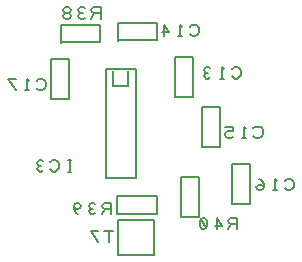
<source format=gbr>
%FSLAX23Y23*%
%MOIN*%
%ADD10C,0.00500*%
%ADD11C,0.00787*%
X000Y000D02*
D02*
D10*
X899Y2850D02*
Y2718D01*
X958*
Y2852*
X898*
X931Y2909D02*
X1063D01*
Y2967*
X930*
Y2907*
X1106Y2813D02*
Y2763D01*
X1156*
Y2813*
X1121Y2914D02*
X1253D01*
Y2973*
X1120*
Y2913*
X1181Y2819D02*
Y2456D01*
X1081*
Y2819*
X1181*
X1241Y2314D02*
X1121D01*
Y2199*
X1241*
Y2314*
X1250Y2396D02*
X1117D01*
Y2337*
X1251*
Y2397*
X1372Y2725D02*
Y2858D01*
X1313*
Y2724*
X1373*
X1391Y2327D02*
Y2459D01*
X1332*
Y2326*
X1393*
X1461Y2560D02*
Y2692D01*
X1402*
Y2559*
X1462*
X1560Y2369D02*
Y2501D01*
X1501*
Y2368*
X1561*
D02*
D11*
X850Y2754D02*
X853Y2751D01*
X859Y2748*
X869*
X875Y2751*
X878Y2754*
X881Y2761*
Y2773*
X878Y2779*
X875Y2782*
X869Y2786*
X859*
X853Y2782*
X850Y2779*
X825Y2748D02*
X812D01*
X819D02*
Y2786D01*
X825Y2779*
X781Y2748D02*
X756Y2786D01*
X781*
X966Y2477D02*
X954D01*
X960D02*
Y2515D01*
X966D02*
X954D01*
X894Y2484D02*
X897Y2481D01*
X904Y2477*
X913*
X919Y2481*
X922Y2484*
X926Y2490*
Y2502*
X922Y2509*
X919Y2512*
X913Y2515*
X904*
X897Y2512*
X894Y2509*
X872Y2481D02*
X866Y2477D01*
X860*
X854Y2481*
X851Y2487*
X854Y2493*
X860Y2496*
X866*
X860D02*
X854Y2499D01*
X851Y2506*
X854Y2512*
X860Y2515*
X866*
X872Y2512*
X1064Y2987D02*
Y3025D01*
X1042*
X1036Y3022*
X1033Y3015*
X1036Y3009*
X1042Y3006*
X1064*
X1042D02*
X1033Y2987D01*
X1011Y2990D02*
X1005Y2987D01*
X998*
X992Y2990*
X989Y2997*
X992Y3003*
X998Y3006*
X1005*
X998D02*
X992Y3009D01*
X989Y3015*
X992Y3022*
X998Y3025*
X1005*
X1011Y3022*
X955Y3006D02*
X948D01*
X942Y3009*
X939Y3015*
X942Y3022*
X948Y3025*
X955*
X961Y3022*
X964Y3015*
X961Y3009*
X955Y3006*
X961Y3003*
X964Y2997*
X961Y2990*
X955Y2987*
X948*
X942Y2990*
X939Y2997*
X942Y3003*
X948Y3006*
X1099Y2335D02*
Y2372D01*
X1077*
X1070Y2369*
X1067Y2363*
X1070Y2357*
X1077Y2353*
X1099*
X1077D02*
X1067Y2335D01*
X1045Y2338D02*
X1039Y2335D01*
X1033*
X1027Y2338*
X1024Y2344*
X1027Y2350*
X1033Y2353*
X1039*
X1033D02*
X1027Y2357D01*
X1024Y2363*
X1027Y2369*
X1033Y2372*
X1039*
X1045Y2369*
X989Y2335D02*
X983Y2338D01*
X977Y2344*
X974Y2353*
Y2363*
X977Y2369*
X983Y2372*
X989*
X995Y2369*
X999Y2363*
X995Y2357*
X989Y2353*
X983*
X977Y2357*
X974Y2363*
X1090Y2241D02*
Y2279D01*
X1105D02*
X1074D01*
X1055Y2241D02*
X1030Y2279D01*
X1055*
X1361Y2935D02*
X1364Y2932D01*
X1370Y2929*
X1379*
X1386Y2932*
X1389Y2935*
X1392Y2942*
Y2954*
X1389Y2960*
X1386Y2964*
X1379Y2967*
X1370*
X1364Y2964*
X1361Y2960*
X1336Y2929D02*
X1323D01*
X1329D02*
Y2967D01*
X1336Y2960*
X1276Y2929D02*
Y2967D01*
X1292Y2942*
X1267*
X1519Y2284D02*
Y2322D01*
X1497*
X1491Y2319*
X1488Y2313*
X1491Y2306*
X1497Y2303*
X1519*
X1497D02*
X1488Y2284D01*
X1453D02*
Y2322D01*
X1469Y2297*
X1444*
X1416Y2288D02*
X1409Y2284D01*
X1403*
X1397Y2288*
X1394Y2294*
Y2313*
X1397Y2319*
X1403Y2322*
X1409*
X1416Y2319*
X1419Y2313*
Y2294*
X1416Y2288*
X1397Y2319*
X1500Y2794D02*
X1504Y2791D01*
X1510Y2787*
X1519*
X1525Y2791*
X1529Y2794*
X1532Y2800*
Y2812*
X1529Y2819*
X1525Y2822*
X1519Y2825*
X1510*
X1504Y2822*
X1500Y2819*
X1475Y2787D02*
X1463D01*
X1469D02*
Y2825D01*
X1475Y2819*
X1429Y2791D02*
X1422Y2787D01*
X1416*
X1410Y2791*
X1407Y2797*
X1410Y2803*
X1416Y2806*
X1422*
X1416D02*
X1410Y2809D01*
X1407Y2816*
X1410Y2822*
X1416Y2825*
X1422*
X1429Y2822*
X1573Y2596D02*
X1576Y2593D01*
X1583Y2590*
X1592*
X1598Y2593*
X1601Y2596*
X1604Y2602*
Y2615*
X1601Y2621*
X1598Y2624*
X1592Y2627*
X1583*
X1576Y2624*
X1573Y2621*
X1548Y2590D02*
X1536D01*
X1542D02*
Y2627D01*
X1548Y2621*
X1504Y2593D02*
X1498Y2590D01*
X1489*
X1483Y2593*
X1479Y2599*
Y2602*
X1483Y2608*
X1489Y2611*
X1504*
Y2627*
X1479*
X1677Y2421D02*
X1680Y2418D01*
X1686Y2414*
X1695*
X1702Y2418*
X1705Y2421*
X1708Y2427*
Y2439*
X1705Y2446*
X1702Y2449*
X1695Y2452*
X1686*
X1680Y2449*
X1677Y2446*
X1652Y2414D02*
X1639D01*
X1645D02*
Y2452D01*
X1652Y2446*
X1608Y2424D02*
X1605Y2430D01*
X1598Y2433*
X1592*
X1586Y2430*
X1583Y2424*
X1586Y2418*
X1592Y2414*
X1598*
X1605Y2418*
X1608Y2424*
Y2433*
X1605Y2443*
X1598Y2449*
X1592Y2452*
X000Y000D02*
M02*

</source>
